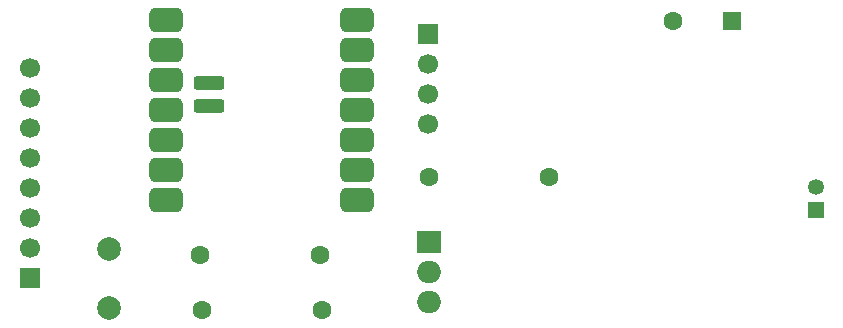
<source format=gbr>
G04 #@! TF.GenerationSoftware,KiCad,Pcbnew,9.0.4*
G04 #@! TF.CreationDate,2026-01-27T17:59:56-08:00*
G04 #@! TF.ProjectId,e-ink_PCB,652d696e-6b5f-4504-9342-2e6b69636164,rev?*
G04 #@! TF.SameCoordinates,Original*
G04 #@! TF.FileFunction,Soldermask,Bot*
G04 #@! TF.FilePolarity,Negative*
%FSLAX46Y46*%
G04 Gerber Fmt 4.6, Leading zero omitted, Abs format (unit mm)*
G04 Created by KiCad (PCBNEW 9.0.4) date 2026-01-27 17:59:56*
%MOMM*%
%LPD*%
G01*
G04 APERTURE LIST*
G04 Aperture macros list*
%AMRoundRect*
0 Rectangle with rounded corners*
0 $1 Rounding radius*
0 $2 $3 $4 $5 $6 $7 $8 $9 X,Y pos of 4 corners*
0 Add a 4 corners polygon primitive as box body*
4,1,4,$2,$3,$4,$5,$6,$7,$8,$9,$2,$3,0*
0 Add four circle primitives for the rounded corners*
1,1,$1+$1,$2,$3*
1,1,$1+$1,$4,$5*
1,1,$1+$1,$6,$7*
1,1,$1+$1,$8,$9*
0 Add four rect primitives between the rounded corners*
20,1,$1+$1,$2,$3,$4,$5,0*
20,1,$1+$1,$4,$5,$6,$7,0*
20,1,$1+$1,$6,$7,$8,$9,0*
20,1,$1+$1,$8,$9,$2,$3,0*%
G04 Aperture macros list end*
%ADD10RoundRect,0.525400X-0.900400X-0.525400X0.900400X-0.525400X0.900400X0.525400X-0.900400X0.525400X0*%
%ADD11RoundRect,0.300400X1.000400X0.300400X-1.000400X0.300400X-1.000400X-0.300400X1.000400X-0.300400X0*%
%ADD12C,1.700000*%
%ADD13R,1.700000X1.700000*%
%ADD14RoundRect,0.250000X0.550000X0.550000X-0.550000X0.550000X-0.550000X-0.550000X0.550000X-0.550000X0*%
%ADD15C,1.600000*%
%ADD16R,2.000000X1.905000*%
%ADD17O,2.000000X1.905000*%
%ADD18C,2.000000*%
%ADD19R,1.350000X1.350000*%
%ADD20C,1.350000*%
G04 APERTURE END LIST*
D10*
G04 #@! TO.C,J1*
X88000000Y-96420000D03*
X88000000Y-98960000D03*
X104165000Y-101500000D03*
X88000000Y-101500000D03*
X88000000Y-104040000D03*
X104165000Y-96420000D03*
X88000000Y-106580000D03*
X88000000Y-109120000D03*
X104165000Y-109120000D03*
X104165000Y-106580000D03*
X104165000Y-104040000D03*
X104165000Y-111660000D03*
X88000000Y-111660000D03*
D11*
X91610000Y-103658000D03*
X91610000Y-101753000D03*
D10*
X104165000Y-98960000D03*
G04 #@! TD*
D12*
G04 #@! TO.C,J3*
X110200000Y-100120000D03*
X110200000Y-102660000D03*
X110200000Y-105200000D03*
D13*
X110200000Y-97580000D03*
G04 #@! TD*
D14*
G04 #@! TO.C,J4*
X135902651Y-96500000D03*
D15*
X130902651Y-96500000D03*
G04 #@! TD*
D16*
G04 #@! TO.C,Q1*
X110300000Y-115220000D03*
D17*
X110300000Y-117760000D03*
X110300000Y-120300000D03*
G04 #@! TD*
D12*
G04 #@! TO.C,J2*
X76500000Y-100420000D03*
X76500000Y-102960000D03*
X76500000Y-105500000D03*
D13*
X76500000Y-118200000D03*
D12*
X76500000Y-108040000D03*
X76500000Y-113120000D03*
X76500000Y-110580000D03*
X76500000Y-115660000D03*
G04 #@! TD*
D15*
G04 #@! TO.C,R3*
X110240000Y-109700000D03*
X120400000Y-109700000D03*
G04 #@! TD*
D18*
G04 #@! TO.C,C1*
X83200000Y-120800000D03*
X83200000Y-115800000D03*
G04 #@! TD*
D19*
G04 #@! TO.C,J5*
X143000000Y-112500000D03*
D20*
X143000000Y-110500000D03*
G04 #@! TD*
D15*
G04 #@! TO.C,R1*
X90920000Y-116300000D03*
X101080000Y-116300000D03*
G04 #@! TD*
G04 #@! TO.C,R2*
X101200000Y-120900000D03*
X91040000Y-120900000D03*
G04 #@! TD*
M02*

</source>
